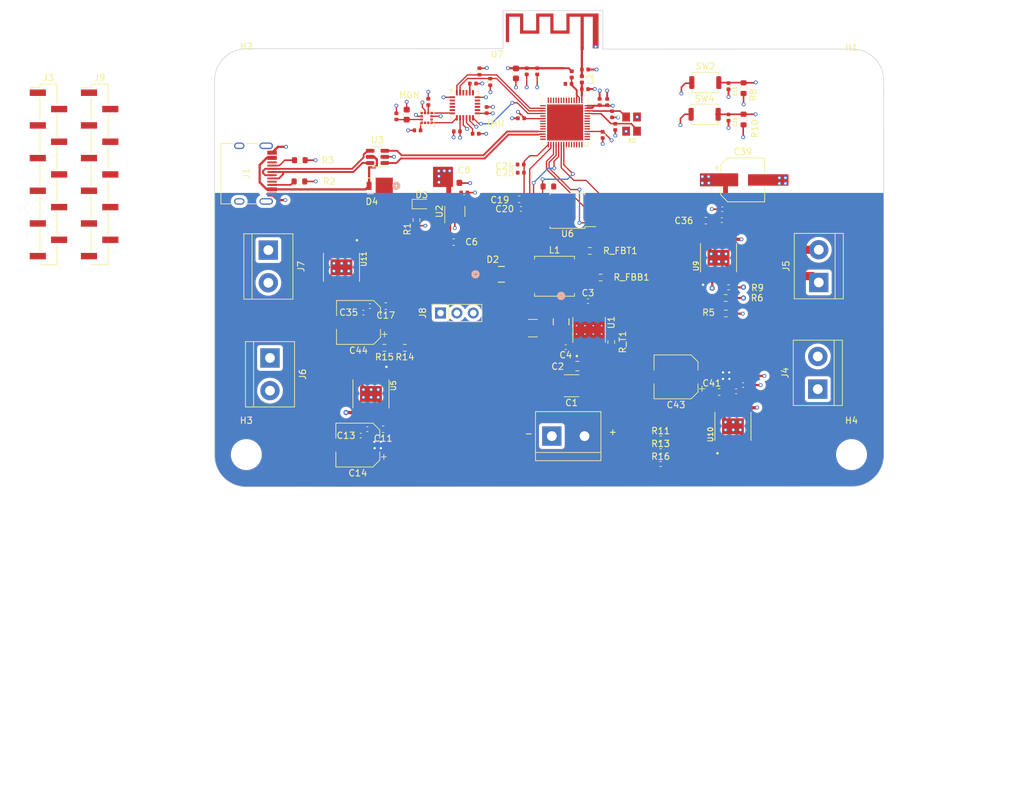
<source format=kicad_pcb>
(kicad_pcb (version 20221018) (generator pcbnew)
  (layers (0 "F.Cu" signal) (1 "In1.Cu" power "In1_GND.Cu") (2 "In2.Cu" power "In2_Power.Cu") (31 "B.Cu" signal) (34 "B.Paste" user) (35 "F.Paste" user) (36 "B.SilkS" user "B.Silkscreen") (37 "F.SilkS" user "F.Silkscreen") (38 "B.Mask" user) (39 "F.Mask" user) (44 "Edge.Cuts" user))
  (net 0 "")
  (net 1 "/ESP32-S3 Microcontroller /V_RF")
  (net 2 "+5V")
  (net 3 "/ESP32-S3 Microcontroller /VDD_SPI")
  (net 4 "/ESP32-S3 Microcontroller /RF")
  (net 5 "/ESP32-S3 Microcontroller /SPIQ")
  (net 6 "GND")
  (net 7 "/Motors/PROP_VREF")
  (net 8 "+3V3")
  (net 9 "+VBUS")
  (net 10 "USB_D_N")
  (net 11 "Net-(J1-CC2)")
  (net 12 "/ESP32-S3 Microcontroller /SPICSO")
  (net 13 "/ESP32-S3 Microcontroller /SPIWP")
  (net 14 "/ESP32-S3 Microcontroller /SPID")
  (net 15 "/ESP32-S3 Microcontroller /SPICLK")
  (net 16 "/ESP32-S3 Microcontroller /SPIHD")
  (net 17 "MOTOR_2_DIRECTION")
  (net 18 "MOTOR_1_DIRECTION")
  (net 19 "/ESP32-S3 Microcontroller /RF_FEED")
  (net 20 "/Sensors/VDD_IO")
  (net 21 "Net-(U12-C1)")
  (net 22 "Net-(U9-VCP)")
  (net 23 "Net-(U9-CPH)")
  (net 24 "Net-(U9-CPL)")
  (net 25 "Net-(J1-CC1)")
  (net 29 "+36V")
  (net 30 "USB_D_P")
  (net 31 "/Connectors/C_D+")
  (net 32 "/Connectors/C_D-")
  (net 33 "/Power/B_FB")
  (net 34 "Net-(U5-CPL)")
  (net 35 "Net-(U5-CPH)")
  (net 36 "Net-(U5-VCP)")
  (net 37 "Net-(U11-CPL)")
  (net 38 "Net-(U11-CPH)")
  (net 39 "Net-(U11-VCP)")
  (net 40 "MOTOR_1_PWM")
  (net 41 "MOTOR_2_PWM")
  (net 42 "MOTOR_3_PWM")
  (net 43 "MOTOR_3_DIRECTION")
  (net 44 "MOTOR_4_PWM")
  (net 45 "MOTOR_4_DIRECTION")
  (net 46 "Net-(U2-BP)")
  (net 47 "/ESP32-S3 Microcontroller /CHIP_BOOT")
  (net 48 "Net-(U10-VCP)")
  (net 49 "Net-(U10-CPL)")
  (net 50 "Net-(U10-CPH)")
  (net 51 "Net-(D3-K)")
  (net 52 "Net-(U8-XTAL_N)")
  (net 53 "Net-(U8-XTAL_P)")
  (net 54 "GPIO1")
  (net 55 "GPIO2")
  (net 56 "GPIO3")
  (net 57 "GPIO4")
  (net 58 "GPIO5")
  (net 59 "GPIO6")
  (net 60 "GPIO7")
  (net 61 "GPIO8")
  (net 62 "GPIO9")
  (net 63 "GPIO10")
  (net 64 "MOTOR_3_NFAULT")
  (net 65 "MOTOR_3_PROP")
  (net 66 "MOTOR_2_NFAULT")
  (net 67 "MOTOR_2_PROP")
  (net 68 "MOTOR_3_OUT_1")
  (net 69 "MOTOR_3_OUT_2")
  (net 70 "MOTOR_2_OUT_1")
  (net 71 "MOTOR_2_OUT_2")
  (net 72 "MOTOR_1_OUT_1")
  (net 73 "MOTOR_1_OUT_2")
  (net 74 "MOTOR_1_NFAULT")
  (net 75 "MOTOR_1_PROP")
  (net 76 "MOTOR_4_OUT_1")
  (net 77 "MOTOR_4_OUT_2")
  (net 78 "GPIO11")
  (net 79 "GPIO12")
  (net 80 "GPIO13")
  (net 81 "GPIO14")
  (net 82 "GPIO39")
  (net 83 "GPIO40")
  (net 84 "GPIO41")
  (net 85 "SCL")
  (net 86 "Net-(U13-REGOUT)")
  (net 87 "Net-(U13-CPOUT)")
  (net 88 "GPIO42")
  (net 89 "GPIO43_TX")
  (net 90 "GPIO44_RX")
  (net 91 "SDA")
  (net 92 "/ESP32-S3 Microcontroller /RESET")
  (net 93 "GPIO15")
  (net 94 "GPIO16")
  (net 95 "/Power/SW")
  (net 96 "/Power/SS")
  (net 97 "/Power/SMP_BOOT")
  (net 98 "/Power/SYNC")
  (net 99 "/Power/SMP_OUT")
  (net 100 "MOTOR_4_NFAULT")
  (net 102 "MOTOR_4_PROP")
  (net 103 "MGN_DRDY")
  (net 106 "MOTOR_3_PMODE")
  (net 107 "MOTOR_2_PMODE")
  (net 108 "MOTOR_1_PMODE")
  (net 109 "MOTOR_4_PMODE")
  (net 116 "INT_IMU")
  (net 126 "GPIO17")
  (net 127 "GPIO18")
  (net 128 "/Sensors/MGN_SCL")
  (net 129 "/Sensors/MGN_SDA")
  (footprint "KiCADv6:DO-220AA_SS2PH10-M3&slash_84A_VIS" (layer "F.Cu") (at 93.17 64.978)
    (fp_text reference "D2")
    (fp_text value "D_Schottky")
  )
  (footprint "Resistor_SMD:R_0603_1608Metric" (layer "F.Cu") (at 132.2324 40.9194 90)
    (fp_text reference "R10")
    (fp_text value "5k1")
  )
  (footprint "Capacitor_SMD:C_0402_1005Metric" (layer "F.Cu") (at 132.166 82.1942)
    (fp_text reference "C42" hide)
    (fp_text value "100n")
  )
  (footprint "Connector_USB:USB_C_Receptacle_HRO_TYPE-C-31-M-12" (layer "F.Cu") (at 54.95 49.328 -90)
    (fp_text reference "J1")
    (fp_text value "USB_C_Receptacle_USB2.0")
  )
  (footprint "Package_TO_SOT_SMD:SOT-23-6" (layer "F.Cu") (at 75.37 46.728 180)
    (fp_text reference "U3")
    (fp_text value "USBLC6-2SC6")
  )
  (footprint "Connector_PinHeader_2.54mm:PinHeader_1x11_P2.54mm_Vertical_SMD_Pin1Left" (layer "F.Cu") (at 32.2176 49.4542)
    (fp_text reference "J9")
    (fp_text value "Conn_01x11_Socket")
  )
  (footprint "Capacitor_SMD:C_0402_1005Metric" (layer "F.Cu") (at 90.6272 43.1292)
    (fp_text reference "C49" hide)
    (fp_text value "100n")
  )
  (footprint "Capacitor_SMD:C_1812_4532Metric" (layer "F.Cu") (at 105.5214 82.2972 180)
    (fp_text reference "C1")
    (fp_text value "4.7u/100v")
  )
  (footprint "Capacitor_SMD:C_1210_3225Metric" (layer "F.Cu") (at 99.495 73.353)
    (fp_text reference "C5" hide)
    (fp_text value "10u/50v")
  )
  (footprint "Capacitor_SMD:C_0402_1005Metric" (layer "F.Cu") (at 92.329 39.4488 90)
    (fp_text reference "C51" hide)
    (fp_text value "100n")
  )
  (footprint "Libraries:SOP65P640X120-17N" (layer "F.Cu") (at 130.5814 88.5952 90)
    (fp_text reference "U10")
    (fp_text value "DRV8874PWPR")
  )
  (footprint "Resistor_SMD:R_0402_1005Metric" (layer "F.Cu") (at 129.8956 67.0052)
    (fp_text reference "R9")
    (fp_text value "1k")
  )
  (footprint "TerminalBlock:TerminalBlock_bornier-2_P5.08mm" (layer "F.Cu") (at 102.455 90.128)
    (fp_text reference "J2" hide)
    (fp_text value "Power_Input")
  )
  (footprint "Inductor_SMD:L_0402_1005Metric" (layer "F.Cu") (at 105.545 33.903 90)
    (fp_text reference "L3" hide)
    (fp_text value "2n2")
  )
  (footprint "Resistor_SMD:R_0603_1608Metric" (layer "F.Cu") (at 108.3564 61.341)
    (fp_text reference "R_FBT1")
    (fp_text value "100K")
  )
  (footprint "Package_DFN_QFN:QFN-56-1EP_7x7mm_P0.4mm_EP5.6x5.6mm" (layer "F.Cu") (at 104.5121 41.3782 -90)
    (fp_text reference "U8" hide)
    (fp_text value "ESP32-S3")
  )
  (footprint "Capacitor_SMD:C_0402_1005Metric" (layer "F.Cu") (at 97.67 40.728 180)
    (fp_text reference "C31" hide)
    (fp_text value "100n")
  )
  (footprint "Capacitor_SMD:C_0402_1005Metric" (layer "F.Cu") (at 73.787 89.0524)
    (fp_text reference "C12" hide)
    (fp_text value "100n")
  )
  (footprint "Capacitor_SMD:C_0603_1608Metric" (layer "F.Cu") (at 128.4576 83.261)
    (fp_text reference "C41")
    (fp_text value "22n")
  )
  (footprint "Resistor_SMD:R_0603_1608Metric" (layer "F.Cu") (at 111.6832 75.508 90)
    (fp_text reference "R_T1")
    (fp_text value "30k")
  )
  (footprint "Resistor_SMD:R_0402_1005Metric" (layer "F.Cu") (at 119.3546 92.4736)
    (fp_text reference "R13")
    (fp_text value "1k")
  )
  (footprint "Capacitor_SMD:CP_Elec_6.3x7.7" (layer "F.Cu") (at 72.3138 91.5162 180)
    (fp_text reference "C14")
    (fp_text value "100u")
  )
  (footprint "TerminalBlock:TerminalBlock_bornier-2_P5.08mm" (layer "F.Cu") (at 58.674 77.978 -90)
    (fp_text reference "J6")
    (fp_text value "MOTOR_3_OUTPUT")
  )
  (footprint "Capacitor_SMD:CP_Elec_6.3x7.7" (layer "F.Cu") (at 132.1054 50.2996)
    (fp_text reference "C39")
    (fp_text value "100u")
  )
  (footprint "Resistor_SMD:R_0603_1608Metric" (layer "F.Cu") (at 76.4516 76.398 180)
    (fp_text reference "R15")
    (fp_text value "50K")
  )
  (footprint "Capacitor_SMD:C_0402_1005Metric" (layer "F.Cu") (at 90.1954 35.3314)
    (fp_text reference "C52" hide)
    (fp_text value "2n2")
  )
  (footprint "KiCADv6:DO-220AA_SS2PH10-M3&slash_84A_VIS" (layer "F.Cu") (at 103.8958 70.918 -90)
    (fp_text reference "D1" hide)
    (fp_text value "SS2PH10")
  )
  (footprint "Capacitor_SMD:C_0402_1005Metric" (layer "F.Cu") (at 128.8568 56.5658 180)
    (fp_text reference "C37" hide)
    (fp_text value "100n")
  )
  (footprint "Capacitor_SMD:C_0402_1005Metric" (layer "F.Cu") (at 88.8438 52.2799)
    (fp_text reference "C7" hide)
    (fp_text value "100n")
  )
  (footprint "Capacitor_SMD:C_0402_1005Metric" (layer "F.Cu") (at 111.0464 38.2028 90)
    (fp_text reference "C34" hide)
    (fp_text value "1uF")
  )
  (footprint "RF_Antenna:Texas_SWRA117D_2.4GHz_Left" (layer "F.Cu") (at 107.1636 29.5922)
    (fp_text reference "U7")
    (fp_text value "~")
  )
  (footprint "Sensor_Motion:InvenSense_QFN-24_4x4mm_P0.5mm" (layer "F.Cu") (at 88.9508 38.7096)
    (fp_text reference "IMU")
    (fp_text value "MPU-6050")
  )
  (footprint "Capacitor_SMD:C_0805_2012Metric" (layer "F.Cu") (at 106.42 79.2492 180)
    (fp_text reference "C2")
    (fp_text value "100n/100v")
  )
  (footprint "Capacitor_SMD:C_0402_1005Metric" (layer "F.Cu") (at 87.7036 42.7736 180)
    (fp_text reference "C50" hide)
    (fp_text value "10n")
  )
  (footprint "Resistor_SMD:R_0402_1005Metric" (layer "F.Cu") (at 119.3546 90.4836)
    (fp_text reference "R11")
    (fp_text value "1k")
  )
  (footprint "Capacitor_SMD:C_0402_1005Metric" (layer "F.Cu") (at 97.663 54.8132 180)
    (fp_text reference "C20")
    (fp_text value "100n")
  )
  (footprint "Capacitor_SMD:CP_Elec_6.3x7.7" (layer "F.Cu") (at 121.7422 80.9244 180)
    (fp_text reference "C43")
    (fp_text value "100u")
  )
  (footprint "Package_LGA:LGA-12_2x2mm_P0.5mm" (layer "F.Cu") (at 83.0072 40.6654 180)
    (fp_text reference "MGN")
    (fp_text value "LIS2MDL")
  )
  (footprint "Libraries:SOP65P640X120-17N" (layer "F.Cu") (at 74.3556 83.5672 -90)
    (fp_text reference "U5")
    (fp_text value "DRV8874PWPR")
  )
  (footprint "Capacitor_SMD:C_0603_1608Metric" (layer "F.Cu") (at 76.2508 89.0524 180)
    (fp_text reference "C11")
    (fp_text value "22n")
  )
  (footprint "Resistor_SMD:R_0402_1005Metric" (layer "F.Cu") (at 92.8878 35.0774 90)
    (fp_text reference "R18" hide)
    (fp_text value "1k")
  )
  (footprint "Connector_PinHeader_2.54mm:PinHeader_1x11_P2.54mm_Vertical_SMD_Pin1Left" (layer "F.Cu") (at 24.2676 49.4542)
    (fp_text reference "J3")
    (fp_text value "Conn_01x11_Socket")
  )
  (footprint "Capacitor_SMD:C_0402_1005Metric" (layer "F.Cu") (at 128.9278 54.864 180)
    (fp_text reference "C38" hide)
    (fp_text value "100n")
  )
  (footprint "Button_Switch_SMD:SW_Push_SPST_NO_Alps_SKRK" (layer "F.Cu") (at 126.2888 35.179)
    (fp_text reference "SW2")
    (fp_text value "SW_Push")
  )
  (footprint "MountingHole:MountingHole_4.3mm_M4" (layer "F.Cu") (at 149 35.052)
    (fp_text reference "H1")
    (fp_text value "MountingHole")
  )
  (footprint "Capacitor_SMD:C_0603_1608Metric" (layer "F.Cu") (at 126.365 56.642)
    (fp_text reference "C36")
    (fp_text value "22n")
  )
  (footprint "Capacitor_SMD:C_0402_1005Metric" (layer "F.Cu") (at 111.8108 40.1066 -90)
    (fp_text reference "C26" hide)
    (fp_text value "20p")
  )
  (footprint "Package_TO_SOT_SMD:SOT-23-5" (layer "F.Cu") (at 87.3858 55.1954 90)
    (fp_text reference "U2")
    (fp_text value "SPX3819M5-L-3-3")
  )
  (footprint "Capacitor_SMD:C_0402_1005Metric" (layer "F.Cu") (at 98.552 33.4264 -90)
    (fp_text reference "C28" hide)
    (fp_text value "1u")
  )
  (footprint "Capacitor_SMD:C_0402_1005Metric" (layer "F.Cu") (at 73.182 70.9372 180)
    (fp_text reference "C35")
    (fp_text value "100n")
  )
  (footprint "MountingHole:MountingHole_4.3mm_M4" (layer "F.Cu") (at 55 93)
    (fp_text reference "H3")
    (fp_text value "MountingHole")
  )
  (footprint "Resistor_SMD:R_0603_1608Metric" (layer "F.Cu") (at 79.6256 76.398 180)
    (fp_text reference "R14")
    (fp_text value "16K")
  )
  (footprint "Capacitor_SMD:C_0603_1608Metric" (layer "F.Cu") (at 96.8756 33.7578 -90)
    (fp_text reference "C27" hide)
    (fp_text value "10u")
  )
  (footprint "Capacitor_SMD:C_0402_1005Metric" (layer "F.Cu") (at 74.198 69.9212)
    (fp_text reference "C18" hide)
    (fp_text value "100n")
  )
  (footprint "Resistor_SMD:R_0603_1608Metric" (layer "F.Cu") (at 81.4324 56.5404 -90)
    (fp_text reference "R1")
    (fp_text value "1k")
  )
  (footprint "Resistor_SMD:R_0603_1608Metric" (layer "F.Cu") (at 63.246 50.546)
    (fp_text reference "R2")
    (fp_text value "5k1")
  )
  (footprint "Capacitor_SMD:C_0402_1005Metric" (layer "F.Cu") (at 105.037 35.3762 180)
    (fp_text reference "C30" hide)
    (fp_text value "100n")
  )
  (footprint "Libraries:VREG_LM5017MR_NOPB" (layer "F.Cu") (at 108.2392 73.618 90)
    (fp_text reference "U1")
    (fp_text value "LMR14020SDDAR")
  )
  (footprint "Button_Switch_SMD:SW_Push_SPST_NO_Alps_SKRK" (layer "F.Cu") (at 126.1872 40.1066)
    (fp_text reference "SW4")
    (fp_text value "SW_Push")
  )
  (footprint "Capacitor_SMD:C_0402_1005Metric" (layer "F.Cu") (at 129.8956 40.6146 -90)
    (fp_text reference "C16")
    (fp_text value "100n")
  )
  (footprint "Capacitor_SMD:C_0402_1005Metric" (layer "F.Cu") (at 97.6412 49.1832 180)
    (fp_text reference "C25")
    (fp_text value "1u")
  )
  (footprint "Libraries:SOP65P640X120-17N" (layer "F.Cu") (at 69.7734 63.8812 -90)
    (fp_text reference "U11")
    (fp_text value "DRV8874PWPR")
  )
  (footprint "Resistor_SMD:R_0402_1005Metric" (layer "F.Cu") (at 119.3546 94.4636)
    (fp_text reference "R16")
    (fp_text value "1k")
  )
  (footprint "Capacitor_SMD:C_0402_1005Metric" (layer "F.Cu") (at 78.3077 40.4408 90)
    (fp_text reference "C47" hide)
    (fp_text value "100n")
  )
  (footprint "Capacitor_SMD:C_0402_1005Metric" (layer "F.Cu") (at 109.878 38.2028 90)
    (fp_text reference "C33" hide)
    (fp_text value "10nF")
  )
  (footprint "Capacitor_SMD:C_0402_1005Metric" (layer "F.Cu") (at 104.607 76.3028 180)
    (fp_text reference "C4")
    (fp_text value "100n")
  )
  (footprint "Capacitor_SMD:C_0402_1005Metric" (layer "F.Cu") (at 72.771 90.043 180)
    (fp_text reference "C13")
    (fp_text value "100n")
  )
  (footprint "Inductor_SMD:L_Bourns_SRN6045TA" (layer "F.Cu") (at 102.87 65.278 180)
    (fp_text reference "L1")
    (fp_text value "15uH/2.5A")
  )
  (footprint "Resistor_SMD:R_0603_1608Metric" (layer "F.Cu") (at 110.0328 65.4812)
    (fp_text reference "R_FBB1")
    (fp_text value "17.8k")
  )
  (footprint "Resistor_SMD:R_0603_1608Metric" (layer "F.Cu") (at 129.4638 68.6562)
    (fp_text reference "R6")
    (fp_text value "50K")
  )
  (footprint "Resistor_SMD:R_0402_1005Metric" (layer "F.Cu") (at 91.2114 33.4518 -90)
    (fp_text reference "R17" hide)
    (fp_text value "1k")
  )
  (footprint "Capacitor_SMD:C_0402_1005Metric" (layer "F.Cu") (at 97.6158 47.9132 180)
    (fp_text reference "C24")
    (fp_text value "100n")
  )
  (footprint "Package_SO:SOIC-8_5.23x5.23mm_P1.27mm" (layer "F.Cu") (at 104.895 55.103 180)
    (fp_text reference "U6")
    (fp_text value "W25Q32JVSS")
  )
  (footprint "Resistor_SMD:R_0603_1608Metric" (layer "F.Cu") (at 132.2324 36.0426 90)
    (fp_text reference "R8")
    (fp_text value "5k1")
  )
  (footprint "Capacitor_SMD:C_0402_1005Metric" (layer "F.Cu") (at 110.3474 43.3082 -90)
    (fp_text reference "C32" hide)
    (fp_text value "100n")
  )
  (footprint "Capacitor_SMD:C_0402_1005Metric" (layer "F.Cu") (at 108.07 69.153 180)
    (fp_text reference "C3")
    (fp_text value "100n")
  )
  (footprint "KiCADv6:DO-220AA_SS2PH10-M3&slash_84A_VIS" (layer "F.Cu") (at 75.722999 51.228 180)
    (fp_text reference "D4")
    (fp_text value "D_Schottky")
  )
  (footprint "Capacitor_SMD:C_0603_1608Metric" (layer "F.Cu") (at 97.3836 53.3146 180)
    (fp_text reference "C19")
    (fp_text value "10u")
  )
  (footprint "TerminalBlock:TerminalBlock_bornier-2_P5.08mm" (layer "F.Cu") (at 143.764 82.8294 90)
    (fp_text reference "J4")
    (fp_text value "MOTOR_1_OUTPUT")
  )
  (footprint "Capacitor_SMD:C_0402_1005Metric" (layer "F.Cu") (at 107.6042 33.1482)
    (fp_text reference "C22" hide)
    (fp_text value "3p3")
  )
  (footprint "KiCADv7:OSC_X322516MLB4SI" (layer "F.Cu") (at 114.8367 41.6318)
    (fp_text reference "X2")
    (fp_text value "40MHz")
  )
  (footprint "Resistor_SMD:R_0603_1608Metric" (layer "F.Cu") (at 63.309 47.244)
    (fp_text reference "R3")
    (fp_text value "5k1")
  )
  (footprint "TerminalBlock:TerminalBlock_bornier-2_P5.08mm" (layer "F.Cu") (at 58.42 61.214 -90)
    (fp_text reference "J7")
    (fp_text value "MOTOR_4_OUTPUT")
  )
  (footprint "Capacitor_SMD:C_0603_1608Metric" (layer "F.Cu") (at 87.3198 50.7559)
    (fp_text reference "C8")
    (fp_text value "10u")
  )
  (footprint "Capacitor_SMD:C_0402_1005Metric" (layer "F.Cu") (at 83.2607 38.1802 90)
    (fp_text reference "C48" hide)
    (fp_text value "220n")
  )
  (footprint "Capacitor_SMD:C_0603_1608Metric" (layer "F.Cu") (at 87.1982 59.9694)
    (fp_text reference "C6")
    (fp_text value "10u")
  )
  (footprint "Resistor_SMD:R_0603_1608Metric" (layer "F.Cu") (at 101.92 51.328)
    (fp_text reference "R12" hide)
    (fp_text value "5k1")
  )
  (footprint "MountingHole:MountingHole_4.3mm_M4" (layer "F.Cu") (at 55 34.85)
    (fp_text reference "H2")
    (fp_text value "MountingHole")
  )
  (footprint "Capacitor_SMD:C_0603_1608Metric" (layer "F.Cu") (at 79.9079 40.1614 90)
    (fp_text reference "C46" hide)
    (fp_text value "10u")
  )
  (footprint "Resistor_SMD:R_0603_1608Metric" (layer "F.Cu") (at 129.4892 71.0692 180)
    (fp_text reference "R5")
    (fp_text value "16K")
  )
  (footprint "Capacitor_SMD:C_0402_1005Metric" (layer "F.Cu") (at 129.8956 35.7378 -90)
    (fp_text reference "C15")
    (fp_text value "100n")
  )
  (footprint "Capacitor_SMD:C_0402_1005Metric" (layer "F.Cu") (at 81.5843 42.5998 180)
    (fp_text reference "C45" hide)
    (fp_text value "100n")
  )
  (footprint "Capacitor_SMD:C_0402_1005Metric" (layer "F.Cu") (at 100.1776 33.4264 -90)
    (fp_text reference "C29" hide)
    (fp_text value "100n")
  )
  (footprint "Capacitor_SMD:C_0603_1608Metric" (layer "F.Cu") (at 76.6572 69.9262 180)
    (fp_text reference "C17")
    (fp_text value "22n")
  )
  (footprint "TerminalBlock:TerminalBlock_bornier-2_P5.08mm" (layer "F.Cu") (at 143.9164 66.2432 90)
    (fp_text reference "J5")
    (fp_text value "MOTOR_2_OUTPUT")
  )
  (footprint "LED_SMD:LED_0603_1608Metric" (layer "F.Cu") (at 82.2398 54.0579)
    (fp_text reference "D3")
    (fp_text value "LED")
  )
  (footprint "Capacitor_SMD:C_0402_1005Metric" (layer "F.Cu") (at 112.3032 42.0636 -90)
    (fp_text reference "C23" hide)
    (fp_text value "20p")
  )
  (footprint "Capacitor_SMD:CP_Elec_6.3x7.7" (layer "F.Cu") (at 72.42 72.4612 180)
    (fp_text reference "C44")
    (fp_text value "100u")
  )
  (footprint "Capacitor_SMD:C_0402_1005Metric" (layer "F.Cu") (at 107.592 36.1962)
    (fp_text reference "C21" hide)
    (fp_text value "3p3")
  )
  (footprint "Libraries:SOP65P640X120-17N" (layer "F.Cu") (at 128.3462 62.4078 90)
    (fp_text reference "U9")
    (fp_text value "DRV8874PWPR")
  )
  (footprint "MountingHole:MountingHole_4.3mm_M4" (layer "F.Cu") (at 149 93)
    (fp_text reference "H4")
    (fp_text value "MountingHole")
  )
  (footprint "Capacitor_SMD:C_0402_1005Metric" (layer "F.Cu") (at 131.0738 83.1594 180)
    (fp_text reference "C40" hide)
    (fp_text value "100n")
  )
  (footprint "Inductor_SMD:L_0402_1005Metric" (layer "F.Cu") (at 107.1216 34.6722 90)
    (fp_text reference "L2")
    (fp_text value "2n2")
  )
  (footprint "Connector_PinSocket_2.54mm:PinSocket_1x03_P2.54mm_Vertical" (layer "F.Cu") (at 85.1662 70.993 90)
    (fp_text reference "J8")
    (fp_text value "Conn_01x03_Socket")
  )
  (gr_arc (start 54.96347 98.018784) (mid 51.514713 96.583742) (end 50.063401 93.1418) (stroke (width 0.1)) (layer "Edge.Cuts"))
  (gr_line (start 154.025619 93.061532) (end 154.000388 34.850656) (stroke (width 0.1)) (layer "Edge.Cuts"))
  (gr_line (start 94.87 29.903) (end 94.87 23.978) (stroke (width 0.1)) (layer "Edge.Cuts"))
  (gr_line (start 94.87 29.903) (end 55.0418 29.9212) (stroke (width 0.1)) (layer "Edge.Cuts"))
  (gr_line (start 50.063393 34.850272) (end 50.0634 93.1418) (stroke (width 0.1)) (layer "Edge.Cuts"))
  (gr_arc (start 154.025619 93.061532) (mid 152.565824 96.541069) (end 149.0726 97.9678) (stroke (width 0.1)) (layer "Edge.Cuts"))
  (gr_line (start 110.37 23.978) (end 110.37 29.978) (stroke (width 0.1)) (layer "Edge.Cuts"))
  (gr_arc (start 50.063393 34.850272) (mid 51.531538 31.354458) (end 55.0418 29.9212) (stroke (width 0.1)) (layer "Edge.Cuts"))
  (gr_line (start 110.37 29.978) (end 149.098 29.972) (stroke (width 0.1)) (layer "Edge.Cuts"))
  (gr_line (start 94.87 23.978) (end 110.37 23.978) (stroke (width 0.1)) (layer "Edge.Cuts"))
  (gr_arc (start 149.098 29.972001) (mid 152.571111 31.384441) (end 154.000388 34.850656) (stroke (width 0.1)) (layer "Edge.Cuts"))
  (gr_line (start 54.96347 98.018784) (end 149.0726 97.9678) (stroke (width 0.1)) (layer "Edge.Cuts"))
  (gr_text "-" (at 98.1456 90.297) (layer "F.SilkS") (effects (font (size 1 1)) (justify left bottom)))
  (gr_text "+" (at 111.2012 90.043) (layer "F.SilkS") (effects (font (size 1 1)) (justify left bottom)))
  (segment (start 106.7121 37.9407) (end 106.7121 37.5106) (width 0.2) (layer "F.Cu") (net 1))
  (segment (start 105.517 35.3762) (end 105.517 34.416) (width 0.2032) (layer "F.Cu") (net 1))
  (segment (start 106.3121 37.9407) (end 106.3121 37.1106) (width 0.2) (layer "F.Cu") (net 1))
  (segment (start 105.517 35.55) (end 106.32 36.353) (width 0.3) (layer "F.Cu") (net 1))
  (segment (start 106.32 36.353) (end 106.32 37.1027) (width 0.3) (layer "F.Cu") (net 1))
  (segment (start 106.7121 37.5106) (end 106.3121 37.1106) (width 0.2) (layer "F.Cu") (net 1))
  (segment (start 106.32 37.1027) (end 106.3121 37.1106) (width 0.3) (layer "F.Cu") (net 1))
  (segment (start 105.517 35.3762) (end 105.517 35.55) (width 0.3) (layer "F.Cu") (net 1))
  (segment (start 76.421499 56.406299) (end 76.421499 51.228) (width 0.762) (layer "F.Cu") (net 2))
  (segment (start 86.4362 56.3333) (end 86.4362 59.9564) (width 0.762) (layer "F.Cu") (net 2))
  (segment (start 86.4362 59.9564) (end 86.4232 59.9694) (width 0.762) (layer "F.Cu") (net 2))
  (segment (start 86.4232 59.9694) (end 79.9846 59.9694) (width 0.762) (layer "F.Cu") (net 2))
  (segment (start 79.9846 59.9694) (end 76.421499 56.406299) (width 0.762) (layer "F.Cu") (net 2))
  (segment (start 86.4358 56.3329) (end 86.4362 56.3333) (width 0.762) (layer "F.Cu") (net 2))
  (segment (start 100.1748 46.553) (end 99.02 46.553) (width 0.2) (layer "F.Cu") (net 3))
  (segment (start 98.145 47.428) (end 98.145 55.678) (width 0.2) (layer "F.Cu") (net 3))
  (segment (start 99.02 46.553) (end 98.145 47.428) (width 0.2) (layer "F.Cu") (net 3))
  (segment (start 99.475 57.008) (end 101.295 57.008) (width 0.2) (layer "F.Cu") (net 3))
  (segment (start 98.145 55.678) (end 99.475 57.008) (width 0.2) (layer "F.Cu") (net 3))
  (segment (start 101.9121 44.8157) (end 100.1748 46.553) (width 0.2) (layer "F.Cu") (net 3))
  (segment (start 107.1121 37.9407) (end 107.1121 37.1787) (width 0.2) (layer "F.Cu") (net 4))
  (segment (start 107.112 36.1962) (end 107.112 35.18) (width 0.349) (layer "F.Cu") (net 4))
  (segment (start 107.112 35.18) (end 107.1348 35.1572) (width 0.2) (layer "F.Cu") (net 4))
  (segment (start 107.1121 36.1963) (end 107.1121 37.1787) (width 0.349) (layer "F.Cu") (net 4))
  (segment (start 107.1121 36.1963) (end 107.112 36.1962) (width 0.2) (layer "F.Cu") (net 4))
  (segment (start 109.31 55.738) (end 108.495 55.738) (width 0.2) (layer "F.Cu") (net 5))
  (segment (start 103.9121 44.8157) (end 103.9121 48.4201) (width 0.2) (layer "F.Cu") (net 5))
  (segment (start 103.9121 48.4201) (end 105.87 50.378) (width 0.2) (layer "F.Cu") (net 5))
  (segment (start 110.195 52.803) (end 110.195 54.853) (width 0.2) (layer "F.Cu") (net 5))
  (segment (start 107.77 50.378) (end 110.195 52.803) (width 0.2) (layer "F.Cu") (net 5))
  (segment (start 105.87 50.378) (end 107.77 50.378) (width 0.2) (layer "F.Cu") (net 5))
  (segment (start 110.195 54.853) (end 109.31 55.738) (width 0.2) (layer "F.Cu") (net 5))
  (segment (start 64.134 47.244) (end 65.7474 47.244) (width 0.254) (layer "F.Cu") (net 6))
  (segment (start 129.9712 64.0328) (end 128.3462 62.4078) (width 0.3556) (layer "F.Cu") (net 6))
  (segment (start 132.2064 91.4652) (end 132.2064 90.2202) (width 0.3556) (layer "F.Cu") (net 6))
  (segment (start 110.3474 44.693) (end 110.3474 43.7882) (width 0.25) (layer "F.Cu") (net 6))
  (segment (start 65.786 50.546) (end 64.071 50.546) (width 0.25) (layer "F.Cu") (net 6))
  (segment (start 133.6084 80.7718) (end 133.5478 80.7112) (width 0.3556) (layer "F.Cu") (net 6))
  (segment (start 130.6214 59.5376) (end 131.9022 59.5376) (width 0.508) (layer "F.Cu") (net 6))
  (segment (start 109.12 36.178) (end 108.0902 36.178) (width 0.3) (layer "F.Cu") (net 6))
  (segment (start 130.6212 59.5378) (end 130.6214 59.5376) (width 0.3556) (layer "F.Cu") (net 6))
  (segment (start 96.8756 34.5328) (end 96.8756 35.9422) (width 0.2032) (layer "F.Cu") (net 6))
  (segment (start 100.1776 33.9064) (end 100.1776 35.9156) (width 0.2032) (layer "F.Cu") (net 6))
  (segment (start 132.207 66.9798) (end 132.1816 67.0052) (width 0.3556) (layer "F.Cu") (net 6))
  (segment (start 59.8586 53.4416) (end 58.995 52.578) (width 0.3556) (layer "F.Cu") (net 6))
  (segment (start 92.2528 43.1292) (end 91.1072 43.1292) (width 0.2) (layer "F.Cu") (net 6))
  (segment (start 108.0842 33.1482) (end 109.3822 33.1482) (width 0.3) (layer "F.Cu") (net 6))
  (segment (start 88.1389 50.8) (end 88.0948 50.7559) (width 0.25) (layer "F.Cu") (net 6))
  (segment (start 86.9954 37.465) (end 87.0008 37.4596) (width 0.2) (layer "F.Cu") (net 6))
  (segment (start 128.9564 86.9702) (end 130.5814 88.5952) (width 0.3556) (layer "F.Cu") (net 6))
  (segment (start 92.202 37.465) (end 90.9062 37.465) (width 0.2) (layer "F.Cu") (net 6))
  (segment (start 89.7636 50.8) (end 88.1389 50.8) (width 0.25) (layer "F.Cu") (net 6))
  (segment (start 93.2942 38.9662) (end 92.3316 38.9662) (width 0.2) (layer "F.Cu") (net 6))
  (segment (start 87.1982 43.688) (end 87.1982 42.799) (width 0.2) (layer "F.Cu") (net 6))
  (segment (start 87.3858 57.7752) (end 87.376 57.785) (width 0.25) (layer "F.Cu") (net 6))
  (segment (start 76.5249 46.7106) (end 76.5075 46.728) (width 0.25) (layer "F.Cu") (net 6))
  (segment (start 83.2607 36.6054) (end 83.2607 37.7002) (width 0.2) (layer "F.Cu") (net 6))
  (segment (start 129.8956 37.404) (end 129.8956 36.2178) (width 0.3) (layer "F.Cu") (net 6))
  (segment (start 109.878 36.5386) (end 109.878 37.5958) (width 0.3) (layer "F.Cu") (net 6))
  (segment (start 127.3302 54.864) (end 127.3048 54.8386) (width 0.25) (layer "F.Cu") (net 6))
  (segment (start 98.552 33.9064) (end 98.552 35.9156) (width 0.2032) (layer "F.Cu") (net 6))
  (segment (start 81.3303 40.1868) (end 81.5589 40.4154) (width 0.2) (layer "F.Cu") (net 6))
  (segment (start 129.8956 42.229) (end 129.8956 41.0946) (width 0.3) (layer "F.Cu") (net 6))
  (segment (start 126.7212 60.7828) (end 128.3462 62.4078) (width 0.3556) (layer "F.Cu") (net 6))
  (segment (start 78.3077 39.9608) (end 78.3077 38.7644) (width 0.2) (layer "F.Cu") (net 6))
  (segment (start 90.5189 52.2799) (end 90.5256 52.2732) (width 0.25) (layer "F.Cu") (net 6))
  (segment (start 79.9079 39.3864) (end 79.9079 38.1548) (width 0.2) (layer "F.Cu") (net 6))
  (segment (start 61.1632 45.1612) (end 59.9118 45.1612) (width 0.3556) (layer "F.Cu") (net 6))
  (segment (start 129.9712 65.2778) (end 129.9712 64.0328) (width 0.3556) (layer "F.Cu") (net 6))
  (segment (start 124.0872 35.2806) (end 124.1888 35.179) (width 0.25) (layer "F.Cu") (net 6))
  (segment (start 89.3238 52.2799) (end 90.5189 52.2799) (width 0.25) (layer "F.Cu") (net 6))
  (segment (start 72.7306 81.9422) (end 74.3556 83.5672) (width 0.3556) (layer "F.Cu") (net 6))
  (segment (start 112.6972 40.5866) (end 111.8108 40.5866) (width 0.2) (layer "F.Cu") (net 6))
  (segment (start 135.468 80.7718) (end 133.6084 80.7718) (width 0.3556) (layer "F.Cu") (net 6))
  (segment (start 108.0902 36.178) (end 108.072 36.1962) (width 0.3) (layer "F.Cu") (net 6))
  (segment (start 85.6234 37.465) (end 86.9954 37.465) (width 0.2) (layer "F.Cu") (net 6))
  (segment (start 132.1816 67.0052) (end 130.4056 67.0052) (width 0.3556) (layer "F.Cu") (net 6))
  (segment (start 128.8062 62.4078) (end 128.3462 62.4078) (width 0.3556) (layer "F.Cu") (net 6))
  (segment (start 96.27 40.728) (end 97.19 40.728) (width 0.3) (layer "F.Cu") (net 6))
  (segment (start 122.5804 36.8046) (end 122.5722 36.8808) (width 0.25) (layer "F.Cu") (net 6))
  (segment (start 122.428 40.767) (end 122.428 41.783) (width 0.25) (layer "F.Cu") (net 6))
  (segment (start 134.2992 85.7252) (end 132.8564 85.7252) (width 0.508) (layer "F.Cu") (net 6))
  (segment (start 82.7572 39.4654) (end 82.3463 39.0545) (width 0.2) (layer "F.Cu") (net 6))
  (segment (start 75.9806 85.1922) (end 74.3556 83.5672) (width 0.3556) (layer "F.Cu") (net 6))
  (segment (start 126.7212 59.5378) (end 126.7212 60.7828) (width 0.3556) (layer "F.Cu") (net 6))
  (segment (start 112.3032 43.4098) (end 112.3032 42.5436) (width 0.25) (layer "F.Cu") (net 6))
  (segment (start 131.9022 59.5376) (end 131.699 59.5376) (width 0.3556) (layer "F.Cu") (net 6))
  (segment (start 134.3399 85.6845) (end 134.2992 85.7252) (width 0.3556) (layer "F.Cu") (net 6))
  (segment (start 81.5589 40.4154) (end 82.2447 40.4154) (width 0.2) (layer "F.Cu") (net 6))
  (segment (start 59.9118 45.1612) (end 58.995 46.078) (width 0.3556) (layer "F.Cu") (net 6))
  (segment (start 122.5804 35.8902) (end 123.19 35.2806) (width 0.25) (layer "F.Cu") (net 6))
  (segment (start 75.9806 86.4372) (end 75.9806 85.1922) (width 0.3556) (layer "F.Cu") (net 6))
  (segment (start 72.0716 86.4462) (end 72.0716 86.4372) (width 0.508) (layer "F.Cu") (net 6))
  (segment (start 132.207 68.6562) (end 130.2888 68.6562) (width 0.3556) (layer "F.Cu") (net 6))
  (segment (start 123.19 35.2806) (end 124.0872 35.2806) (width 0.25) (layer "F.Cu") (net 6))
  (segment (start 87.3858 56.3329) (end 87.3858 57.7752) (width 0.25) (layer "F.Cu") (net 6))
  (segment (start 123.0884 40.1066) (end 122.428 40.767) (width 0.25) (layer "F.Cu") (net 6))
  (segment (start 82.3463 39.0545) (end 82.3463 38.2818) (width 0.2) (layer "F.Cu") (net 6))
  (segment (start 129.9464 41.1962) (end 129.8956 41.1454) (width 0.25) (layer "F.Cu") (net 6))
  (segment (start 112.7252 40.6146) (end 112.6972 40.5866) (width 0.2) (layer "F.Cu") (net 6))
  (segment (start 89.2937 42.3799) (end 88.7008 41.787) (width 0.2) (layer "F.Cu") (net 6))
  (segment (start 124.0872 40.1066) (end 123.0884 40.1066) (width 0.25) (layer "F.Cu") (net 6))
  (segment (start 90.9062 37.465) (end 90.9008 37.4596) (width 0.2) (layer "F.Cu") (net 6))
  (segment (start 72.0562 86.4616) (end 72.0716 86.4462) (width 0.508) (layer "F.Cu") (net 6))
  (segment (start 72.7306 80.6972) (end 72.7306 81.9422) (width 0.3556) (layer "F.Cu") (net 6))
  (segment (start 111.0464 36.5396) (end 111.0464 37.5958) (width 0.3) (layer "F.Cu") (net 6))
  (segment (start 80.1365 42.5998) (end 81.1043 42.5998) (width 0.2) (layer "F.Cu") (net 6))
  (segment (start 90.616238 42.032448) (end 89.7008 41.11701) (width 0.2) (layer "F.Cu") (net 6))
  (segment (start 88.7008 41.787) (end 88.7008 40.6596) (width 0.2) (layer "F.Cu") (net 6))
  (segment (start 87.1982 42.799) (end 87.2236 42.7736) (width 0.2) (layer "F.Cu") (net 6))
  (segment (start 132.2064 90.2202) (end 130.5814 88.5952) (width 0.3556) (layer "F.Cu") (net 6))
  (segment (start 61.0616 53.4416) (end 59.8586 53.4416) (width 0.3556) (layer "F.Cu") (net 6))
  (segment (start 128.4478 54.864) (end 127.3302 54.864) (width 0.25) (layer "F.Cu") (net 6))
  (segment (start 82.804 57.4294) (end 82.7899 57.4153) (width 0.25) (layer "F.Cu") (net 6))
  (segment (start 134.8838 82.1942) (end 132.646 82.1942) (width 0.3556) (layer "F.Cu") (net 6))
  (segment (start 134.3399 85.6845) (end 134.3145 85.7099) (width 0.3556) (layer "F.Cu") (net 6))
  (segment (start 89.7008 41.11701) (end 89.7008 40.6596) (width 0.2) (layer "F.Cu") (net 6))
  (segment (start 70.485 86.4616) (end 72.0562 86.4616) (width 0.508) (layer "F.Cu") (net 6))
  (segment (start 91.6432 35.3314) (end 90.6754 35.3314) (width 0.25) (layer "F.Cu") (net 6))
  (segment (start 90.72716 42.032448) (end 90.616238 42.032448) (width 0.2) (layer "F.Cu") (net 6))
  (segment (start 77.9272 46.7106) (end 76.5249 46.7106) (width 0.25) (layer "F.Cu") (net 6))
  (segment (start 82.7572 39.9029) (end 82.7572 39.4654) (width 0.2) (layer "F.Cu") (net 6))
  (segment (start 92.3316 38.9662) (end 92.329 38.9688) (width 0.2) (layer "F.Cu") (net 6))
  (segment (start 128.9564 85.7252) (end 128.9564 86.9702) (width 0.3556) (layer "F.Cu") (net 6))
  (segment (start 122.5722 36.8808) (end 122.5804 35.8902) (width 0.25) (layer "F.Cu") (net 6))
  (segment (start 82.7899 57.4153) (end 81.407 57.4153) (width 0.25) (layer "F.Cu") (net 6))
  (via (at 131.7342 89.1538) (size 0.6) (drill 0.35) (layers "F.Cu" "B.Cu") (net 6))
  (via (at 137.795 49.9872) (size 0.6) (drill 0.35) (layers "F.Cu" "B.Cu") (net 6))
  (via (at 129.4342 87.9538) (size 0.6) (drill 0.35) (layers "F.Cu" "B.Cu") (net 6))
  (via (at 90.5256 52.2732) (size 0.6) (drill 0.35) (layers "F.Cu" "B.Cu") (net 6))
  (via (at 138.7348 50.8508) (size 0.6) (drill 0.35) (layers "F.Cu" "B.Cu") (net 6))
  (via (at 93.2942 38.9662) (size 0.6) (drill 0.35) (layers "F.Cu" "B.Cu") (net 6))
  (via (at 82.3463 38.2818) (size 0.6) (drill 0.35) (layers "F.Cu" "B.Cu") (net 6))
  (via (at 110.3474 44.693) (size 0.6) (drill 0.35) (layers "F.Cu" "B.Cu") (net 6))
  (via (at 70.485 86.4616) (size 0.8) (drill 0.4) (layers "F.Cu" "B.Cu") (net 6))
  (via (at 89.7636 50.8) (size 0.6) (drill 0.35) (layers "F.Cu" "B.Cu") (net 6))
  (via (at 127.2 63) (size 0.6) (drill 0.35) (layers "F.Cu" "B.Cu") (net 6))
  (via (at 92.202 37.465) (size 0.6) (drill 0.35) (layers "F.Cu" "B.Cu") (net 6))
  (via (at 89.2937 42.3799) (size 0.6) (drill 0.35) (layers "F.Cu" "B.Cu") (net 6))
  (via (at 74.3888 82.8994) (size 0.6) (drill 0.35) (layers "F.Cu" "B.Cu") (net 6))
  (via (at 74.3888 84.0994) (size 0.6) (drill 0.35) (layers "F.Cu" "B.Cu") (net 6))
  (via (at 96.27 40.728) (size 0.6) (drill 0.35) (layers "F.Cu" "B.Cu") (net 6))
  (via (at 92.2528 43.1292) (size 0.6) (drill 0.35) (layers "F.Cu" "B.Cu") (net 6))
  (via (at 61.0616 53.4416) (size 0.6) (drill 0.35) (layers "F.Cu" "B.Cu") (net 6))
  (via (at 122.428 41.783) (size 0.6) (drill 0.35) (layers "F.Cu" "B.Cu") (net 6))
  (via (at 83.2607 36.6054) (size 0.6) (drill 0.35) (layers "F.Cu" "B.Cu") (net 6))
  (via (at 73.1888 84.0994) (size 0.6) (drill 0.35) (layers "F.Cu" "B.Cu") (net 6))
  (via (at 129.8956 37.404) (size 0.6) (drill 0.35) (layers "F.Cu" "B.Cu") (net 6))
  (via (at 131.9022 59.5376) (size 0.6) (drill 0.35) (layers "F.Cu" "B.Cu") (net 6))
  (via (at 73.1888 82.8994) (size 0.6) (drill 0.35) (layers "F.Cu" "B.Cu") (net 6))
  (via (at 87.1982 43.688) (size 0.6) (drill 0.35) (layers "F.Cu" "B.Cu") (net 6))
  (via (at 113.995 42.753) (size 0.6) (drill 0.35) (layers "F.Cu" "B.Cu") (net 6))
  (via (at 65.7474 47.244) (size 0.6) (drill 0.35) (layers "F.Cu" "B.Cu") (net 6))
  (via (at 111.045 36.428) (size 0.6) (drill 0.35) (layers "F.Cu" "B.Cu") (net 6))
  (via (at 112.7252 40.6146) (size 0.6) (drill 0.35) (layers "F.Cu" "B.Cu") (net 6))
  (via (at 122.5722 36.8808) (size 0.6) (drill 0.35) (layers "F.Cu" "B.Cu") (net 6))
  (via (at 78.3077 38.7644) (size 0.6) (drill 0.35) (layers "F.Cu" "B.Cu") (net 6))
  (via (at 68.6054 64.4652) (size 0.6) (drill 0.35) (layers "F.Cu" "B.Cu") (net 6))
  (via (at 129.8956 42.229) (size 0.6) (drill 0.35) (layers "F.Cu" "B.Cu") (net 6))
  (via (at 127.3048 54.8386) (size 0.6) (drill 0.35) (layers "F.Cu" "B.Cu") (net 6))
  (via (at 82.804 57.4294) (size 0.6) (drill 0.35) (layers "F.Cu" "B.Cu") (net 6))
  (via (at 127.2 61.8) (size 0.6) (drill 0.35) (layers "F.Cu" "B.Cu") (net 6))
  (via (at 100.1776 35.9156) (size 0.6) (drill 0.35) (layers "F.Cu" "B.Cu") (net 6))
  (via (at 96.8756 35.9422) (size 0.6) (drill 0.35) (layers "F.Cu" "B.Cu") (net 6))
  (via (at 80.1365 42.5998) (size 0.6) (drill 0.35) (layers "F.Cu" "B.Cu") (net 6))
  (via (at 61.1632 45.1612) (size 0.6) (drill 0.35) (layers "F.Cu" "B.Cu") (net 6))
  (via (at 79.9079 38.1548) (size 0.6) (drill 0.35) (layers "F.Cu" "B.Cu") (net 6))
  (via (at 130.6342 87.9538) (size 0.6) (drill 0.35) (layers "F.Cu" "B.Cu") (net 6))
  (via (at 112.3032 43.4098) (size 0.6) (drill 0.35) (layers "F.Cu" "B.Cu") (net 6))
  (via (at 131.7342 87.9538) (size 0.6) (drill 0.35) (layers "F.Cu" "B.Cu") (net 6))
  (via (at 90.72716 42.032448) (size 0.6) (drill 0.35) (layers "F.Cu" "B.Cu") (net 6))
  (via (at 87.376 57.785) (size 0.6) (drill 0.35) (layers "F.Cu" "B.Cu") (net 6))
  (via (at 70.9054 64.4652) (size 0.6) (drill 0.35) (layers "F.Cu" "B.Cu") (net 6))
  (via (at 109.3822 33.1482) (size 0.6) (drill 0.35) (layers "F.Cu" "B.Cu") (net 6))
  (via (at 68.6054 63.2652) (size 0.6) (drill 0.35) (layers "F.Cu" "B.Cu") (net 6))
  (via (at 85.6234 37.465) (size 0.6) (drill 0.35) (layers "F.Cu" "B.Cu") (net 6))
  (via (at 109.895 36.428) (size 0.6) (drill 0.35) (layers "F.Cu" "B.Cu") (net 6))
  (via (at 65.786 50.546) (size 0.6) (drill 0.35) (layers "F.Cu" "B.Cu") (net 6))
  (via (at 135.468 80.7718) (size 0.6) (drill 0.35) (layers "F.Cu" "B.Cu") (net 6))
  (via (at 98.552 35.9156) (size 0.6) (drill 0.35) (layers "F.Cu" "B.Cu") (net 6))
  (via (at 128.4 63) (size 0.6) (drill 0.35) (layers "F.Cu" "B.Cu") (net 6))
  (via (at 132.207 68.6562) (size 0.8) (drill 0.4) (layers "F.Cu" "B.Cu") (net 6))
  (via (at 91.6432 35.3314) (size 0.6) (drill 0.35) (layers "F.Cu" "B.Cu") (net 6))
  (via (at 81.3303 40.1868) (size 0.6) (drill 0.35) (layers "F.Cu" "B.Cu") (net 6))
  (via (at 69.8054 64.4652) (size 0.6) (drill 0.35) (layers "F.Cu" "B.Cu") (net 6))
  (via (at 109.12 36.178) (size 0.6) (drill 0.35) (layers "F.Cu" "B.Cu") (net 6))
  (via (at 115.695 40.528) (size 0.6) (drill 0.35) (layers "F.Cu" "B.Cu") (net 6))
  (via (at 128.4 61.8) (size 0.6) (drill 0.35) (layers "F.Cu" "B.Cu") (net 6))
  (via (at 75.4888 82.8994) (size 0.6) (drill 0.35) (layers "F.Cu" "B.Cu") (net 6))
  (via (at 77.9272 46.7106) (size 0.6) (drill 0.35) (layers "F.Cu" "B.Cu") (net 6))
  (via (at 69.8054 63.2652) (size 0.6) (drill 0.35) (layers "F.Cu" "B.Cu") (net 6))
  (via (at 129.5 61.8) (size 0.6) (drill 0.35) (layers "F.Cu" "B.Cu") (net 6))
  (via (at 137.795 50.8508) (size 0.6) (drill 0.35) (layers "F.Cu" "B.Cu") (net 6))
  (via (at 75.4888 84.0994) (size 0.6) (drill 0.35) (layers "F.Cu" "B.Cu") (net 6))
  (via (at 134.8838 82.1942) (size 0.6) (drill 0.35) (layers "F.Cu" "B.Cu") (net 6))
  (via (at 132.207 66.9798) (size 0.8) (drill 0.4) (layers "F.Cu" "B.Cu") (net 6))
  (via (at 138.7348 49.9872) (size 0.6) (drill 0.35) (layers "F.Cu" "B.Cu") (net 6))
  (via (at 134.3399 85.6845) (size 0.6) (drill 0.35) (layers "F.Cu" "B.Cu") (net 6))
  (via (at 70.9054 63.2652) (size 0.6) (drill 0.35) (layers "F.Cu" "B.Cu") (net 6))
  (via (at 129.4342 89.1538) (size 0.6) (drill 0.35) (layers "F.Cu" "B.Cu") (net 6))
  (via (at 129.5 63) (size 0.6) (drill 0.35) (layers "F.Cu" "B.Cu") (net 6))
  (via (at 130.6342 89.1538) (size 0.6) (drill 0.35) (layers "F.Cu" "B.Cu") (net 6))
  (segment (start 128.6388 68.6562) (end 128.6712 68.6238) (width 0.3556) (layer "F.Cu") (net 7))
  (segment (start 128.6378 68.6572) (end 128.6388 68.6562) (width 0.3556) (layer "F.Cu") (net 7))
  (segment (start 128.6712 68.6238) (end 128.6712 65.2778) (width 0.3556) (layer "F.Cu") (net 7))
  (segment (start 128.6378 71.1708) (end 128.6378 68.6572) (width 0.3556) (layer "F.Cu") (net 7))
  (segment (start 111.7346 44.1452) (end 110.3676 42.7782) (width 0.2) (layer "F.Cu") (net 8))
  (segment (start 127.3712 67.1166) (end 127.3556 67.1322) (width 0.3556) (layer "F.Cu") (net 8))
  (segment (start 86.4358 50.8649) (end 86.5448 50.7559) (width 0.762) (layer "F.Cu") (net 8))
  (segment (start 85.1916 40.4114) (end 83.7737 40.4114) (width 0.2) (layer "F.Cu") (net 8))
  (segment (start 83.7737 40.4114) (end 83.7697 40.4154) (width 0.2) (layer "F.Cu") (net 8))
  (segment (start 92.3036 32.9438) (end 91.184 32.9438) (width 0.2) (layer "F.Cu") (net 8))
  (segment (start 78.3233 40.9364) (end 78.3077 40.9208) (width 0.2) (layer "F.Cu") (net 8))
  (segment (start 109.052 38.7782) (end 108.702 39.1282) (width 0.3) (layer "F.Cu") (net 8))
  (segment (start 107.9496 38.7782) (end 109.052 38.7782) (width 0.3) (layer "F.Cu") (net 8))
  (segment (start 98.15 40.685035) (end 98.15 40.728) (width 0.3) (layer "F.Cu") (net 8))
  (segment (start 98.2002 40.7782) (end 100.471415 40.7782) (width 0.2) (layer "F.Cu") (net 8))
  (segment (start 92.3544 32.893) (end 92.3036 32.9438) (width 0.2) (layer "F.Cu") (net 8))
  (segment (start 132.2496 38.5572) (end 132.2324 38.54) (width 0.25) (layer "F.Cu") (net 8))
  (segment (start 105.072 32.945) (end 105.545 33.418) (width 0.3) (layer "F.Cu") (net 8))
  (segment (start 132.2496 38.549) (end 132.2496 38.5572) (width 0.25) (layer "F.Cu") (net 8))
  (segment (start 93.266 39.9596) (end 90.9008 39.9596) (width 0.2) (layer "F.Cu") (net 8))
  (segment (start 98.15 40.728) (end 98.2002 40.7782) (width 0.3) (layer "F.Cu") (net 8))
  (segment (start 132.1816 41.7952) (end 132.2324 41.7444) (width 0.25) (layer "F.Cu") (net 8))
  (segment (start 79.9289 40.9154) (end 82.2447 40.9154) (width 0.2) (layer "F.Cu") (net 8))
  (segment (start 127.3712 65.2778) (end 127.3712 67.1166) (width 0.3556) (layer "F.Cu") (net 8))
  (segment (start 88.2142 43.7388) (end 88.2008 43.7254) (width 0.2) (layer "F.Cu") (net 8))
  (segment (start 93.2688 39.9568) (end 93.266 39.9596) (width 0.2) (layer "F.Cu") (net 8))
  (segment (start 97.206483 39.741517) (end 98.15 40.685035) (width 0.3) (layer "F.Cu") (net 8))
  (segment (start 111.9056 38.7782) (end 109.052 38.7782) (width 0.3) (layer "F.Cu") (net 8))
  (segment (start 79.9079 40.9364) (end 79.9289 40.9154) (width 0.2) (layer "F.Cu") (net 8))
  (segment (start 101.0646 40.7682) (end 101.0746 40.7782) (width 0.127) (layer "F.Cu") (net 8))
  (segment (start 130.3396 71.0946) (end 130.3142 71.0692) (width 0.3556) (layer "F.Cu") (net 8))
  (segment (start 132.2324 38.54) (end 132.2324 36.8676) (width 0.25) (layer "F.Cu") (net 8))
  (segment (start 104.3178 32.945) (end 105.072 32.945) (width 0.3) (layer "F.Cu") (net 8))
  (segment (start 83.0273 54.0579) (end 86.4358 54.0579) (width 0.762) (layer "F.Cu") (net 8))
  (segment (start 86.4358 54.0579) (end 86.4358 50.8649) (width 0.762) (layer "F.Cu") (net 8))
  (segment (start 108.702 39.1282) (end 107.9496 39.1282) (width 0.3) (layer "F.Cu") (net 8))
  (segment (start 132.2324 38.5318) (end 132.2496 38.549) (width 0.25) (layer "F.Cu") (net 8))
  (segment (start 79.9079 40.9364) (end 78.3233 40.9364) (width 0.2) (layer "F.Cu") (net 8))
  (segment (start 132.1054 71.0946) (end 130.3396 71.0946) (width 0.3556) (layer "F.Cu") (net 8))
  (segment (start 132.1816 43.6626) (end 132.1816 41.7952) (width 0.25) (layer "F.Cu") (net 8))
  (segment (start 101.0746 40.7782) (end 100.471415 40.7782) (width 0.2) (layer "F.Cu") (net 8))
  (segment (start 95.631 32.945) (end 104.3178 32.945) (width 0.3556) (layer "F.Cu") (net 8))
  (segment (start 92.9132 36.6776) (end 92.8878 36.6522) (width 0.2) (layer "F.Cu") (net 8))
  (segment (start 92.8878 36.6522) (end 92.8878 35.5874) (width 0.2) (layer "F.Cu") (net 8))
  (segment (start 110.3676 42.7782) (end 107.9496 42.7782) (width 0.2) (layer "F.Cu") (net 8))
  (segment (start 88.2008 43.7254) (end 88.2008 40.6596) (width 0.2) (layer "F.Cu") (net 8))
  (via (at 84.9122 49.7332) (size 0.6) (drill 0.35) (layers "F.Cu" "B.Cu") (net 8))
  (via (at 132.2496 38.5572) (size 0.6) (drill 0.35) (layers "F.Cu" "B.Cu") (net 8))
  (via (at 111.7346 44.1452) (size 0.6) (drill 0.35) (layers "F.Cu" "B.Cu") (net 8))
  (via (at 86.5886 48.895) (size 0.6) (drill 0.35) (layers "F.Cu" "B.Cu") (net 8))
  (via (at 97.206483 39.741517) (size 0.6) (drill 0.35) (layers "F.Cu" "B.Cu") (net 8))
  (via (at 88.2142 43.7388) (size 0.6) (drill 0.35) (layers "F.Cu" "B.Cu") (net 8))
  (via (at 95.631 32.945) (size 0.6) (drill 0.35) (layers "F.Cu" "B.Cu") (net 8))
  (via (at 111.9056 38.7782) (size 0.6) (drill 0.35) (layers "F.Cu" "B.Cu") (net 8))
  (via (at 85.7504 48.895) (size 0.6) (drill 0.35) (layers "F.Cu" "B.Cu") (net 8))
  (via (at 92.3544 32.893) (size 0.6) (drill 0.35) (layers "F.Cu" "B.Cu") (net 8))
  (via (at 93.2688 39.9568) (size 0.6) (drill 0.35) (layers "F.Cu" "B.Cu") (net 8))
  (via (at 84.8868 48.9204) (size 0.6) (drill 0.35) (layers "F.Cu" "B.Cu") (net 8))
  (via (at 127.3556 67.1322) (size 0.8) (drill 0.4) (layers "F.Cu" "B.Cu") (net 8))
  (via (at 85.1916 40.4114) (size 0.6) (drill 0.35) (layers "F.Cu" "B.Cu") (net 8))
  (via (at 132.1816 43.6626) (size 0.6) (drill 0.35) (layers "F.Cu" "B.Cu") (net 8))
  (via (at 84.9122 50.673) (size 0.6) (drill 0.35) (layers "F.Cu" "B.Cu") (net 8))
  (via (at 132.1054 71.0946) (size 0.6) (drill 0.35) (layers "F.Cu" "B.Cu") (net 8))
  (via (at 92.9132 36.6776) (size 0.6) (drill 0.35) (layers "F.Cu" "B.Cu") (net 8))
  (segment (start 58.995 46.878) (end 58.17462 46.878) (width 0.3556) (layer "F.Cu") (net 9))
  (segment (start 57.0738 47.97882) (end 57.0738 50.67718) (width 0.3556) (layer "F.Cu") (net 9))
  (segment (start 75.2728 47.1296) (end 74.8712 46.728) (width 0.3556) (layer "F.Cu") (net 9))
  (segment (start 73.52 51.778) (end 74.07 51.228) (width 0.3556) (layer "F.Cu") (net 9))
  (segment (start 74.967778 48.3558) (end 75.2728 48.050778) (width 0.3556) (layer "F.Cu") (net 9))
  (segment (start 57.0738 50.67718) (end 58.17462 51.778) (width 0.3556) (layer "F.Cu") (net 9))
  (segment (start 58.17462 51.778) (end 58.995 51.778) (width 0.3556) (layer "F.Cu") (net 9))
  (segment (start 58.995 51.778) (end 73.52 51.778) (width 0.3556) (layer "F.Cu") (net 9))
  (segment (start 74.07 51.228) (end 74.07 48.3558) (width 0.3556) (layer "F.Cu") (net 9))
  (segment (start 75.2728 48.050778) (end 75.2728 47.1296) (width 0.3556) (layer "F.Cu") (net 9))
  (segment (start 74.8712 46.728) (end 74.2325 46.728) (width 0.3556) (layer "F.Cu") (net 9))
  (segment (start 58.17462 46.878) (end 57.0738 47.97882) (width 0.3556) (layer "F.Cu") (net 9))
  (segment (start 74.07 48.3558) (end 74.967778 48.3558) (width 0.3556) (layer "F.Cu") (net 9))
  (segment (start 100.227 42.7782) (end 100.22 42.7852) (width 0.2) (layer "F.Cu") (net 10))
  (segment (start 91.8196 46.4834) (end 79.1224 46.4834) (width 0.286) (layer "F.Cu") (net 10))
  (segment (start 101.0746 42.7782) (end 100.227 42.7782) (width 0.2) (layer "F.Cu") (net 10))
  (segment (start 78.417 45.778) (end 76.5075 45.778) (width 0.286) (layer "F.Cu") (net 10))
  (segment (start 79.1224 46.4834) (end 78.417 45.778) (width 0.286) (layer "F.Cu") (net 10))
  (segment (start 95.5178 42.7852) (end 91.8196 46.4834) (width 0.286) (layer "F.Cu") (net 10))
  (segment (start 100.22 42.7852) (end 95.5178 42.7852) (width 0.286) (layer "F.Cu") (net 10))
  (segment (start 61.889 51.078) (end 62.421 50.546) (width 0.25) (layer "F.Cu") (net 11))
  (segment (start 58.995 51.078) (end 61.889 51.078) (width 0.25) (layer "F.Cu") (net 11))
  (segment (start 103.1121 46.501586) (end 103.1121 44.8157) (width 0.2) (layer "F.Cu") (net 12))
  (segment (start 108.465 56.978) (end 108.495 57.008) (width 0.2) (layer "F.Cu") (net 12))
  (segment (start 106.745 51.803) (end 105.360686 51.803) (width 0.2) (layer "F.Cu") (net 12))
  (segment (start 102.02 48.462314) (end 102.02 47.593686) (width 0.2) (layer "F.Cu") (net 12))
  (segment (start 105.360686 51.803) (end 102.02 48.462314) (width 0.2) (layer "F.Cu") (net 12))
  (segment (start 102.02 47.593686) (end 103.1121 46.501586) (width 0.2) (layer "F.Cu") (net 12))
  (segment (start 106.745 56.978) (end 108.465 56.978) (width 0.2) (layer "F.Cu") (net 12))
  (via (at 106.745 51.803) (size 0.6) (drill 0.35) (layers "F.Cu" "B.Cu") (net 12))
  (via (at 106.745 56.978) (size 0.6) (drill 0.35) (layers "F.Cu" "B.Cu") (net 12))
  (segment (start 106.745 51.803) (end 106.745 56.978) (width 0.2) (layer "B.Cu") (net 12))
  (segment (start 102.7121 44.8157) (end 102.7121 46.3359) (width 0.2) (layer "F.Cu") (net 13))
  (segment (start 102.7121 46.3359) (end 101.62 47.428) (width 0.2) (layer "F.Cu") (net 13))
  (segment (start 107.46 54.468) (end 108.495 54.468) (width 0.2) (layer "F.Cu") (net 13))
  (segment (start 101.62 47.428) (end 101.62 48.628) (width 0.2) (layer "F.Cu") (net 13))
  (segment (start 101.62 48.628) (end 107.46 54.468) (width 0.2) (layer "F.Cu") (net 13))
  (segment (start 105.718911 49.379089) (end 104.3121 47.972278) (width 0.2) (layer "F.Cu") (net 14))
  (segment (start 101.018661 52.921661) (end 101.295 53.198) (width 0.2) (layer "F.Cu") (net 14))
  (segment (start 101.018661 50.201661) (end 101.018661 52.921661) (width 0.2) (layer "F.Cu") (net 14))
  (segment (start 104.3121 47.972278) (end 104.3121 44.8157) (width 0.2) (layer "F.Cu") (net 14))
  (via (at 105.718911 49.379089) (size 0.6) (drill 0.35) (layers "F.Cu" "B.Cu") (net 14))
  (via (at 101.018661 50.201661) (size 0.6) (drill 0.35) (layers "F.Cu" "B.Cu") (net 14))
  (segment (start 104.896339 50.201661) (end 101.018661 50.201661) (width 0.2) (layer "B.Cu") (net 14))
  (segment (start 105.718911 49.379089) (end 104.896339 50.201661) (width 0.2) (layer "B.Cu") (net 14))
  (segment (start 101.295 54.468) (end 101.128604 54.468) (width 0.2) (layer "F.Cu") (net 15))
  (segment (start 99.6195 52.958896) (end 99.6195 50.753) (width 0.2) (layer "F.Cu") (net 15))
  (segment (start 102.828899 48.494101) (end 102.795 48.460202) (width 0.2) (layer "F.Cu") (net 15))
  (segment (start 103.5121 46.667272) (end 103.5121 44.8157) (width 0.2) (layer "F.Cu") (net 15))
  (segment (start 102.795 48.460202) (end 102.795 47.384372) (width 0.2) (layer "F.Cu") (net 15))
  (segment (start 101.128604 54.468) (end 99.6195 52.958896) (width 0.2) (layer "F.Cu") (net 15))
  (segment (start 102.795 47.384372) (end 103.5121 46.667272) (width 0.2) (layer "F.Cu") (net 15))
  (via (at 102.828899 48.494101) (size 0.6) (drill 0.35) (layers "F.Cu" "B.Cu") (net 15))
  (via (at 99.6195 50.753) (size 0.6) (drill 0.35) (layers "F.Cu" "B.Cu") (net 15))
  (segment (start 101.8695 48.503) (end 99.6195 50.753) (width 0.2) (layer "B.Cu") (net 15))
  (segment (start 102.82 48.503) (end 101.8695 48.503) (width 0.2) (layer "B.Cu") (net 15))
  (segment (start 102.828899 48.494101) (end 102.82 48.503) (width 0.2) (layer "B.Cu") (net 15))
  (segment (start 102.0948 45.5532) (end 99.02 48.628) (width 0.2) (layer "F.Cu") (net 16))
  (segment (start 99.02 48.628) (end 99.02 53.728) (width 0.2) (layer "F.Cu") (net 16))
  (segment (start 101.03 55.738) (end 101.295 55.738) (width 0.2) (layer "F.Cu") (net 16))
  (segment (start 102.3121 45.348175) (end 102.107075 45.5532) (width 0.2) (layer "F.Cu") (net 16))
  (segment (start 102.3121 44.8157) (end 102.3121 45.348175) (width 0.2) (layer "F.Cu") (net 16))
  (segment (start 102.107075 45.5532) (end 102.0948 45.5532) (width 0.2) (layer "F.Cu") (net 16))
  (segment (start 99.02 53.728) (end 101.03 55.738) (width 0.2) (layer "F.Cu") (net 16))
  (segment (start 107.1216 33.1578) (end 107.112 33.1482) (width 0.2) (layer "F.Cu") (net 19))
  (segment (start 107.1216 34.1872) (end 107.1216 30.1422) (width 0.349) (layer "F.Cu") (net 19))
  (segment (start 82.0643 41.5958) (end 82.2447 41.4154) (width 0.2) (layer "F.Cu") (net 20))
  (segment (start 82.0643 42.5998) (end 82.0643 41.5958) (width 0.2) (layer "F.Cu") (net 20))
  (segment (start 83.2607 39.8994) (end 83.2572 39.9029) (width 0.2) (layer "F.Cu") (net 21))
  (segment (start 83.2607 38.6602) (end 83.2607 39.8994) (width 0.2) (layer "F.Cu") (net 21))
  (segment (start 128.6712 56.8602) (end 128.3768 56.5658) (width 0.3556) (layer "F.Cu") (net 22))
  (segment (start 128.6712 59.5378) (end 128.6712 56.8602) (width 0.3556) (layer "F.Cu") (net 22))
  (segment (start 128.0212 57.5232) (end 127.14 56.642) (width 0.3556) (layer "F.Cu") (net 23))
  (segment (start 128.0212 59.5378) (end 128.0212 57.5232) (width 0.3556) (layer "F.Cu") (net 23))
  (segment (start 127.3712 58.67495) (end 127.3712 59.5378) (width 0.3556) (layer "F.Cu") (net 24))
  (segment (start 125.59 56.642) (end 125.59 56.89375) (width 0.3556) (layer "F.Cu") (net 24))
  (segment (start 125.59 56.89375) (end 127.3712 58.67495) (width 0.3556) (layer "F.Cu") (net 24))
  (segment (start 58.995 48.078) (end 60.126 48.078) (width 0.25) (layer "F.Cu") (net 25))
  (segment (start 60.96 47.244) (end 62.484 47.244) (width 0.25) (layer "F.Cu") (net 25))
  (segment (start 60.126 48.078) (end 60.96 47.244) (width 0.25) (layer "F.Cu") (net 25))
  (segment (start 131.6478 80.7112) (end 131.6478 83.9824) (width 0.762) (layer "F.Cu") (net 29))
  (segment (start 73.3736 86.5026) (end 73.3736 88.154) (width 0.3556) (layer "F.Cu") (net 29))
  (segment (start 107.535 82.3336) (end 107.5714 82.2972) (width 2.54) (layer "F.Cu") (net 29))
  (segment (start 129.3212 57.699) (end 129.3212 59.5378) (width 0.3556) (layer "F.Cu") (net 29))
  (segment (start 131.5564 84.0738) (end 131.5564 85.7252) (width 0.3556) (layer "F.Cu") (net 29))
  (segment (start 107.535 90.128) (end 107.659 90.004) (width 2.54) (layer "F.Cu") (net 29))
  (segment (start 73.2822 91.5166) (end 73.2822 88.2454) (width 0.762) (layer "F.Cu") (net 29))
  (segment (start 129.4308 57.5894) (end 129.4308 50.325) (width 0.762) (layer "F.Cu") (net 29))
  (segment (start 131.6478 83.9824) (end 131.5564 84.0738) (width 0.3556) (layer "F.Cu") (net 29))
  (segment (start 107.535 90.128) (end 107.535 82.3336) (width 2.54) (layer "F.Cu") (net 29))
  (segment (start 129.4308 50.325) (end 129.4054 50.2996) (width 0.762) (layer "F.Cu") (net 29))
  (segment (start 129.4308 57.5894) (end 129.3212 57.699) (width 0.3556) (layer "F.Cu") (net 29))
  (via (at 75.8952 91.9988) (size 0.6) (drill 0.35) (layers "F.Cu" "B.Cu") (net 29))
  (via (at 129.0348 80.229) (size 0.6) (drill 0.35) (layers "F.Cu" "B.Cu") (net 29))
  (via (at 74.93 91.9988) (size 0.6) (drill 0.35) (layers "F.Cu" "B.Cu") (net 29))
  (via (at 125.8316 50.7916) (size 0.6) (drill 0.35) (layers "F.Cu" "B.Cu") (net 29))
  (via (at 130 80.229) (size 0.6) (drill 0.35) (layers "F.Cu" "B.Cu") (net 29))
  (via (at 126.7968 49.7916) (size 0.6) (drill 0.35) (layers "F.Cu" "B.Cu") (net 29))
  (via (at 130.0348 81.229) (size 0.6) (drill 0.35) (layers "F.Cu" "B.Cu") (net 29))
  (via (at 126.8316 50.7916) (size 0.6) (drill 0.35) (layers "F.Cu" "B.Cu") (net 29))
  (via (at 125.8316 49.7916) (size 0.6) (drill 0.35) (layers "F.Cu" "B.Cu") (net 29))
  (via (at 129.0348 81.229) (size 0.6) (drill 0.35) (layers "F.Cu" "B.Cu") (net 29))
  (via (at 75.8952 90.9988) (size 0.6) (drill 0.35) (layers "F.Cu" "B.Cu") (net 29))
  (via (at 74.8952 90.9988) (size 0.6) (drill 0.35) (layers "F.Cu" "B.Cu") (net 29))
  (segment (start 79.1766 46.9694) (end 79.1798 46.9726) (width 0.286) (layer "F.Cu") (net 30))
  (segment (start 95.719108 43.2712) (end 100.3441 43.2712) (width 0.286) (layer "F.Cu") (net 30))
  (segment (start 92.017708 46.9726) (end 95.719108 43.2712) (width 0.286) (layer "F.Cu") (net 30))
  (segment (start 79.0146 46.9694) (end 79.1766 46.9694) (width 0.286) (layer "F.Cu") (net 30))
  (segment (start 79.1798 46.9726) (end 92.017708 46.9726) (width 0.286) (layer "F.Cu") (net 30))
  (segment (start 78.306 47.678) (end 79.0146 46.9694) (width 0.286) (layer "F.Cu") (net 30))
  (segment (start 100.449125 43.2712) (end 100.3441 43.2712) (width 0.2) (layer "F.Cu") (net 30))
  (segment (start 76.5075 47.678) (end 78.306 47.678) (width 0.286) (layer "F.Cu") (net 30))
  (segment (start 100.542125 43.1782) (end 100.449125 43.2712) (width 0.2) (layer "F.Cu") (net 30))
  (segment (start 101.0746 43.1782) (end 100.542125 43.1782) (width 0.2) (layer "F.Cu") (net 30))
  (segment (start 60.056 50.078) (end 60.706 49.428) (width 0.286) (layer "F.Cu") (net 31))
  (segment (start 60.087901 49.0726) (end 60.706 49.0726) (width 0.286) (layer "F.Cu") (net 31))
  (segment (start 58.995 50.078) (end 60.056 50.078) (width 0.286) (layer "F.Cu") (net 31))
  (segment (start 60.706 49.428) (end 60.706 49.0726) (width 0.286) (layer "F.Cu") (net 31))
  (segment (start 60.082501 49.078) (end 60.087901 49.0726) (width 0.286) (layer "F.Cu") (net 31))
  (segment (start 71.629734 49.0726) (end 73.024334 47.678) (width 0.286) (layer "F.Cu") (net 31))
  (segment (start 73.024334 47.678) (end 74.2325 47.678) (width 0.286) (layer "F.Cu") (net 31))
  (segment (start 58.995 49.078) (end 60.082501 49.078) (width 0.286) (layer "F.Cu") (net 31))
  (segment (start 60.706 49.0726) (end 71.629734 49.0726) (width 0.286) (layer "F.Cu") (net 31))
  (segment (start 57.5946 48.9174) (end 57.934 48.578) (width 0.286) (layer "F.Cu") (net 32))
  (segment (start 60.087901 48.5834) (end 71.4271 48.5834) (width 0.286) (layer "F.Cu") (net 32))
  (segment (start 73.549 46.085) (end 73.856 45.778) (width 0.286) (layer "F.Cu") (net 32))
  (segment (start 57.934 48.578) (end 58.995 48.578) (width 0.286) (layer "F.Cu") (net 32))
  (segment (start 73.227 46.7835) (end 73.227 46.369636) (width 0.286) (layer "F.Cu") (net 32))
  (segment (start 73.856 45.778) (end 74.2325 45.778) (width 0.286) (layer "F.Cu") (net 32))
  (segment (start 60.082501 48.578) (end 60.087901 48.5834) (width 0.286) (layer "F.Cu") (net 32))
  (segment (start 73.511636 46.085) (end 73.549 46.085) (width 0.286) (layer "F.Cu") (net 32))
  (segment (start 57.5946 49.2386) (end 57.5946 48.9174) (width 0.286) (layer "F.Cu") (net 32))
  (segment (start 58.995 49.578) (end 57.934 49.578) (width 0.286) (layer "F.Cu") (net 32))
  (segment (start 58.995 48.578) (end 60.082501 48.578) (width 0.286) (layer "F.Cu") (net 32))
  (segment (start 73.227 46.369636) (end 73.511636 46.085) (width 0.286) (layer "F.Cu") (net 32))
  (segment (start 57.934 49.578) (end 57.5946 49.2386) (width 0.286) (layer "F.Cu") (net 32))
  (segment (start 71.4271 48.5834) (end 73.227 46.7835) (width 0.286) (layer "F.Cu") (net 32))
  (segment (start 75.3306 87.8782) (end 75.4888 88.0364) (width 0.3556) (layer "F.Cu") (net 34))
  (segment (start 76.0098 88.0364) (end 77.0258 89.0524) (width 0.3556) (layer "F.Cu") (net 34))
  (segment (start 75.4888 88.0364) (end 76.0098 88.0364) (width 0.3556) (layer "F.Cu") (net 34))
  (segment (start 75.3306 86.4372) (end 75.3306 87.8782) (width 0.3556) (layer "F.Cu") (net 34))
  (segment (start 74.6806 88.311378) (end 75.421622 89.0524) (width 0.3556) (layer "F.Cu") (net 35))
  (segment (start 74.6806 86.4372) (end 74.6806 88.311378) (width 0.3556) (layer "F.Cu") (net 35))
  (segment (start 74.041 86.4476) (end 74.041 88.8264) (width 0.3556) (layer "F.Cu") (net 36))
  (segment (start 74.041 88.8264) (end 74.267 89.0524) (width 0.3556) (layer "F.Cu") (net 36))
  (segment (start 74.0306 86.4372) (end 74.041 86.4476) (width 0.3556) (layer "F.Cu") (net 36))
  (segment (start 88.3358 52.3079) (end 88.3638 52.2799) (width 0.25) (layer "F.Cu") (net 46))
  (segment (start 88.3358 54.0579) (end 88.3358 52.3079) (width 0.25) (layer "F.Cu") (net 46))
  (segment (start 132.2202 40.1066) (end 132.2324 40.0944) (width 0.25) (layer "F.Cu") (net 47))
  (segment (start 132.1414 40.1854) (end 132.2324 40.0944) (width 0.25) (layer "F.Cu") (net 47))
  (segment (start 127.9316 40.1066) (end 132.2202 40.1066) (width 0.25) (layer "F.Cu") (net 47))
  (segment (start 129.8168 40.1066) (end 129.8956 40.1854) (width 0.25) (layer "F.Cu") (net 47))
  (segment (start 132.2434 40.1054) (end 132.2324 40.0944) (width 0.25) (layer "F.Cu") (net 47))
  (segment (start 134.1022 40.1054) (end 132.2434 40.1054) (width 0.25) (layer "F.Cu") (net 47))
  (via (at 134.1022 40.1054) (size 0.6) (drill 0.35) (layers "F.Cu" "B.Cu") (net 47))
  (segment (start 130.9064 85.7252) (end 130.9064 84.289063) (width 0.3556) (layer "F.Cu") (net 48))
  (segment (start 130.9064 84.289063) (end 130.5938 83.976463) (width 0.3556) (layer "F.Cu") (net 48))
  (segment (start 130.5938 83.976463) (end 130.5938 83.1594) (width 0.3556) (layer "F.Cu") (net 48))
  (segment (start 129.6064 85.7252) (end 129.6064 84.560538) (width 0.3556) (layer "F.Cu") (net 49))
  (segment (start 129.6064 84.560538) (end 129.297462 84.2516) (width 0.3556) (layer "F.Cu") (net 49))
  (segment (start 128.7748 84.2516) (end 127.7842 83.261) (width 0.3556) (layer "F.Cu") (net 49))
  (segment (start 129.297462 84.2516) (end 128.7748 84.2516) (width 0.3556) (layer "F.Cu") (net 49))
  (segment (start 130.2564 84.4248) (end 129.2326 83.401) (width 0.3556) (layer "F.Cu") (net 50))
  (segment (start 129.2326 83.401) (end 129.2326 83.261) (width 0.3556) (layer "F.Cu") (net 50))
  (segment (start 130.2564 85.7252) (end 130.2564 84.4248) (width 0.3556) (layer "F.Cu") (net 50))
  (segment (start 81.4324 55.7154) (end 81.4324 54.0778) (width 0.25) (layer "F.Cu") (net 51))
  (segment (start 81.4324 54.0778) (end 81.4523 54.0579) (width 0.25) (layer "F.Cu") (net 51))
  (segment (start 108.723559 40.0248) (end 108.676959 39.9782) (width 0.2) (layer "F.Cu") (net 52))
  (segment (start 110.1284 40.0498) (end 111.6354 41.5568) (width 0.25) (layer "F.Cu") (net 52))
  (segment (start 110.1034 40.0248) (end 108.723559 40.0248) (width 0.2) (layer "F.Cu") (net 52))
  (segment (start 110.1284 40.0498) (end 110.1034 40.0248) (width 0.2) (layer "F.Cu") (net 52))
  (segment (start 111.6354 41.5568) (end 114.7617 41.5568) (width 0.25) (layer "F.Cu") (net 52))
  (segment (start 108.676959 39.9782) (end 107.9496 39.9782) (width 0.2) (layer "F.Cu") (net 52))
  (segment (start 114.7617 41.5568) (end 115.6867 42.4818) (width 0.25) (layer "F.Cu") (net 52))
  (segment (start 115.6867 42.4818) (end 115.6867 42.7318) (width 0.25) (layer "F.Cu") (net 52))
  (segment (start 107.9496 39.5782) (end 108.878 39.5782) (width 0.2) (layer "F.Cu") (net 53))
  (segment (start 113.9867 40.5318) (end 113.0547 39.5998) (width 0.25) (layer "F.Cu") (net 53))
  (segment (start 113.0547 39.5998) (end 108.8996 39.5998) (width 0.25) (layer "F.Cu") (net 53))
  (segment (start 108.878 39.5782) (end 108.8996 39.5998) (width 0.2) (layer "F.Cu") (net 53))
  (segment (start 129.3212 66.9408) (end 129.3856 67.0052) (width 0.3556) (layer "F.Cu") (net 67))
  (segment (start 129.3212 65.2778) (end 129.3212 66.9408) (width 0.3556) (layer "F.Cu") (net 67))
  (segment (start 131.0386 65.2526) (end 131.0132 65.2272) (width 1.27) (layer "F.Cu") (net 70))
  (segment (start 143.9164 66.2432) (end 142.9258 65.2526) (width 1.27) (layer "F.Cu") (net 70))
  (segment (start 142.9258 65.2526) (end 131.0386 65.2526) (width 1.27) (layer "F.Cu") (net 70))
  (segment (start 129.9712 59.5378) (end 129.9712 58.2428) (width 0.3556) (layer "F.Cu") (net 71))
  (segment (start 143.9164 61.1632) (end 143.5862 61.1632) (width 0.762) (layer "F.Cu") (net 71))
  (segment (start 130.8608 57.3532) (end 130.6468 57.5672) (width 1.27) (layer "F.Cu") (net 71))
  (segment (start 132.5372 57.3532) (end 130.8608 57.3532) (width 1.27) (layer "F.Cu") (net 71))
  (segment (start 136.3472 61.1632) (end 132.5372 57.3532) (width 1.27) (layer "F.Cu") (net 71))
  (segment (start 143.9164 61.1632) (end 136.3472 61.1632) (width 1.27) (layer "F.Cu") (net 71))
  (segment (start 143.5862 61.1632) (end 143.3576 61.3918) (width 0.762) (layer "F.Cu") (net 71))
  (segment (start 129.9712 58.2428) (end 130.6468 57.5672) (width 0.3556) (layer "F.Cu") (net 71))
  (segment (start 98.905714 39.5782) (end 101.0746 39.5782) (width 0.2) (layer "F.Cu") (net 85))
  (segment (start 89.3572 34.544) (end 93.871514 34.544) (width 0.2) (layer "F.Cu") (net 85))
  (segment (start 88.2008 35.7004) (end 89.3572 34.544) (width 0.2) (layer "F.Cu") (net 85))
  (segment (start 88.2008 36.7596) (end 88.2008 35.7004) (width 0.2) (layer "F.Cu") (net 85))
  (segment (start 93.871514 34.544) (end 98.905714 39.5782) (width 0.2) (layer "F.Cu") (net 85))
  (segment (start 90.1472 42.384871) (end 90.1472 43.1292) (width 0.2) (layer "F.Cu") (net 86))
  (segment (start 89.2008 40.6596) (end 89.2008 41.438471) (width 0.2) (layer "F.Cu") (net 86))
  (segment (start 89.2008 41.438471) (end 90.1472 42.384871) (width 0.2) (layer "F.Cu") (net 86))
  (segment (start 89.7008 35.346) (end 89.7154 35.3314) (width 0.25) (layer "F.Cu") (net 87))
  (segment (start 89.7008 36.7596) (end 89.7008 35.346) (width 0.25) (layer "F.Cu") (net 87))
  (segment (start 89.350314 33.9852) (end 93.8784 33.9852) (width 0.2) (layer "F.Cu") (net 91))
  (segment (start 93.8784 33.9852) (end 99.0714 39.1782) (width 0.2) (layer "F.Cu") (net 91))
  (segment (start 99.0714 39.1782) (end 101.0746 39.1782) (width 0.2) (layer "F.Cu") (net 91))
  (segment (start 87.7008 35.634714) (end 89.350314 33.9852) (width 0.2) (layer "F.Cu") (net 91))
  (segment (start 87.7008 36.7596) (end 87.7008 35.634714) (width 0.2) (layer "F.Cu") (net 91))
  (segment (start 128.3888 35.179) (end 132.1938 35.179) (width 0.25) (layer "F.Cu") (net 92))
  (segment (start 132.1938 35.179) (end 132.2832 35.2684) (width 0.25) (layer "F.Cu") (net 92))
  (segment (start 134.1276 35.1524) (end 134.0624 35.2176) (width 0.25) (layer "F.Cu") (net 92))
  (segment (start 134.0624 35.2176) (end 132.2324 35.2176) (width 0.25) (layer "F.Cu") (net 92))
  (via (at 134.1276 35.1524) (size 0.6) (drill 0.35) (layers "F.Cu" "B.Cu") (net 92))
  (segment (start 105.8842 65.856) (end 105.8842 66.3024) (width 0.254) (layer "F.Cu") (net 95))
  (segment (start 96.3168 38.3286) (end 97.090428 38.3286) (width 0.2) (layer "F.Cu") (net 116))
  (segment (start 91.44 41.5798) (end 91.121 41.5798) (width 0.2) (layer "F.Cu") (net 116))
  (segment (start 98.740028 39.9782) (end 101.0746 39.9782) (width 0.2) (layer "F.Cu") (net 116))
  (segment (start 97.090428 38.3286) (end 98.740028 39.9782) (width 0.2) (layer "F.Cu") (net 116))
  (segment (start 91.121 41.5798) (end 90.2008 40.6596) (width 0.2) (layer "F.Cu") (net 116))
  (via (at 91.44 41.5798) (size 0.6) (drill 0.35) (layers "F.Cu" "B.Cu") (net 116))
  (via (at 96.3168 38.3286) (size 0.6) (drill 0.35) (layers "F.Cu" "B.Cu") (net 116))
  (segment (start 93.0656 41.5798) (end 96.3168 38.3286) (width 0.2) (layer "B.Cu") (net 116))
  (segment (start 91.44 41.5798) (end 93.0656 41.5798) (width 0.2) (layer "B.Cu") (net 116))
  (segment (start 86.945 41.4154) (end 87.7008 40.6596) (width 0.2) (layer "F.Cu") (net 128))
  (segment (start 83.7697 41.4154) (end 86.945 41.4154) (width 0.2) (layer "F.Cu") (net 128))
  (segment (start 86.9566 39.9154) (end 87.0008 39.9596) (width 0.2) (layer "F.Cu") (net 129))
  (segment (start 83.7697 39.9154) (end 86.9566 39.9154) (width 0.2) (layer "F.Cu") (net 129))
  (zone (net 6) (net_name "GND") (layer "F.Cu") (priority 4) (connect_pads yes (clearance 0.5)) (min_thickness 0.25) (fill yes (thermal_gap 0.5) (thermal_bridge_width 0.5))
    (polygon (pts (xy 139.2174 49.4284) (xy 132.9182 49.4284) (xy 132.9182 51.2064) (xy 139.2174 51.2064)))
  )
  (zone (net 8) (net_name "+3V3") (layer "F.Cu") (priority 6) (connect_pads yes (clearance 0.5)) (min_thickness 0.25) (fill yes (thermal_gap 0.5) (thermal_bridge_width 0.5))
    (polygon (pts (xy 83.9978 48.26) (xy 87.0966 48.26) (xy 87.0966 51.4096) (xy 83.9978 51.4096)))
  )
  (zone (net 6) (net_name "GND") (layer "F.Cu") (priority 3) (connect_pads yes (clearance 0.5)) (min_thickness 0.25) (fill yes (thermal_gap 0.5) (thermal_bridge_width 0.5))
    (polygon (pts (xy 127.8988 87.0202) (xy 133.309 87.0202) (xy 133.309 90.1698) (xy 127.8988 90.1698)))
  )
  (zone (net 29) (net_name "+36V") (layer "F.Cu") (priority 2) (connect_pads yes (clearance 0.5)) (min_thickness 0.25) (fill yes (thermal_gap 0.5) (thermal_bridge_width 0.5))
    (polygon (pts (xy 72.7202 92.5228) (xy 72.7202 90.4908) (xy 76.454 90.4908) (xy 76.454 92.5228)))
  )
  (zone (net 29) (net_name "+36V") (layer "F.Cu") (priority 2) (connect_pads yes (clearance 0.5)) (min_thickness 0.25) (fill yes (thermal_gap 0.5) (thermal_bridge_width 0.5))
    (polygon (pts (xy 132.2098 79.705) (xy 132.2098 81.737) (xy 128.476 81.737) (xy 128.476 79.705)))
  )
  (zone (net 6) (net_name "GND") (layer "F.Cu") (priority 3) (connect_pads yes (clearance 0.5)) (min_thickness 0.25) (fill yes (thermal_gap 0.5) (thermal_bridge_width 0.5) (island_removal_mode 1) (island_area_min 10))
    (polygon (pts (xy 125.6284 60.833) (xy 131.0386 60.833) (xy 131.0386 63.9826) (xy 125.6284 63.9826)))
  )
  (zone (net 29) (net_name "+36V") (layer "F.Cu") (priority 2) (connect_pads yes (clearance 0.5)) (min_thickness 0.25) (fill yes (thermal_gap 0.5) (thermal_bridge_width 0.5))
    (polygon (pts (xy 131.3942 49.276) (xy 131.3942 51.308) (xy 125.4506 51.308) (xy 125.4506 49.276)))
  )
  (zone (net 6) (net_name "GND") (layer "F.Cu") (priority 3) (connect_pads yes (clearance 0.5)) (min_thickness 0.25) (fill yes (thermal_gap 0.5) (thermal_bridge_width 0.5))
    (polygon (pts (xy 71.6534 81.9658) (xy 77.0636 81.9658) (xy 77.0636 85.1154) (xy 71.6534 85.1154)))
  )
  (zone (net 6) (net_name "GND") (layer "F.Cu") (priority 3) (connect_pads yes (clearance 0.5)) (min_thickness 0.25) (fill yes (thermal_gap 0.5) (thermal_bridge_width 0.5))
    (polygon (pts (xy 67.07 62.3316) (xy 72.4802 62.3316) (xy 72.4802 65.4812) (xy 67.07 65.4812)))
  )
  (zone (net 29) (net_name "+36V") (layer "B.Cu") (priority 1) (connect_pads yes (clearance 0.5)) (min_thickness 0.25) (fill yes (thermal_gap 0.5) (thermal_bridge_width 0.5) (island_removal_mode 2) (island_area_min 10))
    (polygon (pts (xy 156.591 52.324) (xy 156.337 99.2632) (xy 45.5168 99.2632) (xy 45.7708 52.324)))
  )
)
</source>
